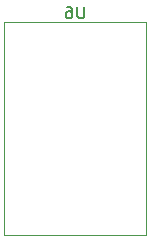
<source format=gbo>
%TF.GenerationSoftware,KiCad,Pcbnew,(6.0.9)*%
%TF.CreationDate,2023-07-24T19:50:03+10:00*%
%TF.ProjectId,Joysticks2.1,4a6f7973-7469-4636-9b73-322e312e6b69,rev?*%
%TF.SameCoordinates,PX3d09000PY568bc30*%
%TF.FileFunction,Legend,Bot*%
%TF.FilePolarity,Positive*%
%FSLAX46Y46*%
G04 Gerber Fmt 4.6, Leading zero omitted, Abs format (unit mm)*
G04 Created by KiCad (PCBNEW (6.0.9)) date 2023-07-24 19:50:03*
%MOMM*%
%LPD*%
G01*
G04 APERTURE LIST*
%ADD10C,0.150000*%
%ADD11C,0.120000*%
G04 APERTURE END LIST*
D10*
%TO.C,U6*%
X36761904Y15047620D02*
X36761904Y14238096D01*
X36714285Y14142858D01*
X36666666Y14095239D01*
X36571428Y14047620D01*
X36380952Y14047620D01*
X36285714Y14095239D01*
X36238095Y14142858D01*
X36190476Y14238096D01*
X36190476Y15047620D01*
X35285714Y15047620D02*
X35476190Y15047620D01*
X35571428Y15000000D01*
X35619047Y14952381D01*
X35714285Y14809524D01*
X35761904Y14619048D01*
X35761904Y14238096D01*
X35714285Y14142858D01*
X35666666Y14095239D01*
X35571428Y14047620D01*
X35380952Y14047620D01*
X35285714Y14095239D01*
X35238095Y14142858D01*
X35190476Y14238096D01*
X35190476Y14476191D01*
X35238095Y14571429D01*
X35285714Y14619048D01*
X35380952Y14666667D01*
X35571428Y14666667D01*
X35666666Y14619048D01*
X35714285Y14571429D01*
X35761904Y14476191D01*
D11*
X42000000Y-4250000D02*
X30000000Y-4250000D01*
X30000000Y-4250000D02*
X30000000Y13750000D01*
X30000000Y13750000D02*
X42000000Y13750000D01*
X42000000Y13750000D02*
X42000000Y-4250000D01*
%TD*%
M02*

</source>
